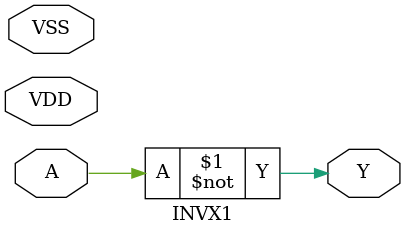
<source format=sv>

module INVX1 (A, Y, VDD, VSS);
  input  A;
  output Y;
  inout  VDD;
  inout  VSS;
  // Functional behavior with power awareness
  assign Y =  ~A;

  // Optional timing (edit tplh/tphl as needed)
endmodule


</source>
